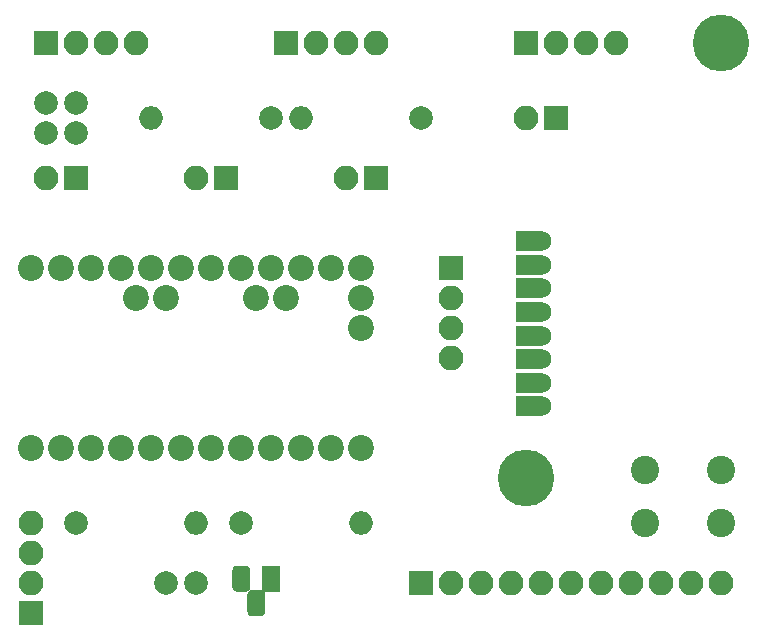
<source format=gbr>
G04 #@! TF.GenerationSoftware,KiCad,Pcbnew,5.0.0*
G04 #@! TF.CreationDate,2018-07-31T16:24:44+02:00*
G04 #@! TF.ProjectId,HB-UNI-Sen-WEA,48422D554E492D53656E2D5745412E6B,1.0*
G04 #@! TF.SameCoordinates,Original*
G04 #@! TF.FileFunction,Soldermask,Top*
G04 #@! TF.FilePolarity,Negative*
%FSLAX46Y46*%
G04 Gerber Fmt 4.6, Leading zero omitted, Abs format (unit mm)*
G04 Created by KiCad (PCBNEW 5.0.0) date Tue Jul 31 16:24:44 2018*
%MOMM*%
%LPD*%
G01*
G04 APERTURE LIST*
%ADD10C,4.800000*%
%ADD11C,1.100000*%
%ADD12C,2.200000*%
%ADD13C,2.000000*%
%ADD14R,2.100000X2.100000*%
%ADD15O,2.100000X2.100000*%
%ADD16O,2.000000X2.000000*%
%ADD17C,2.400000*%
%ADD18C,1.750000*%
%ADD19R,2.200000X1.750000*%
%ADD20C,0.100000*%
%ADD21C,1.500000*%
%ADD22R,1.500000X2.200000*%
G04 APERTURE END LIST*
D10*
G04 #@! TO.C,REF\002A\002A*
X166370000Y-105410000D03*
D11*
X168020000Y-105410000D03*
X167536726Y-106576726D03*
X166370000Y-107060000D03*
X165203274Y-106576726D03*
X164720000Y-105410000D03*
X165203274Y-104243274D03*
X166370000Y-103760000D03*
X167536726Y-104243274D03*
G04 #@! TD*
D12*
G04 #@! TO.C,U1*
X143510000Y-90170000D03*
X146050000Y-90170000D03*
X152400000Y-92710000D03*
X152400000Y-90170000D03*
X152400000Y-87630000D03*
X149860000Y-87630000D03*
X147320000Y-87630000D03*
X144780000Y-87630000D03*
X142240000Y-87630000D03*
X139700000Y-87630000D03*
X137160000Y-87630000D03*
X134620000Y-87630000D03*
X132080000Y-87630000D03*
X129540000Y-87630000D03*
X127000000Y-87630000D03*
X124460000Y-87630000D03*
X124460000Y-102870000D03*
X127000000Y-102870000D03*
X129540000Y-102870000D03*
X132080000Y-102870000D03*
X134620000Y-102870000D03*
X137160000Y-102870000D03*
X139700000Y-102870000D03*
X142240000Y-102870000D03*
X144780000Y-102870000D03*
X147320000Y-102870000D03*
X149860000Y-102870000D03*
X152400000Y-102870000D03*
X135890000Y-90170000D03*
X133350000Y-90170000D03*
G04 #@! TD*
D13*
G04 #@! TO.C,C1*
X135890000Y-114300000D03*
X138390000Y-114300000D03*
G04 #@! TD*
G04 #@! TO.C,C2*
X128230000Y-73660000D03*
X125730000Y-73660000D03*
G04 #@! TD*
G04 #@! TO.C,C3*
X125730000Y-76200000D03*
X128230000Y-76200000D03*
G04 #@! TD*
D14*
G04 #@! TO.C,J1*
X124460000Y-116840000D03*
D15*
X124460000Y-114300000D03*
X124460000Y-111760000D03*
X124460000Y-109220000D03*
G04 #@! TD*
G04 #@! TO.C,J2*
X160020000Y-95250000D03*
X160020000Y-92710000D03*
X160020000Y-90170000D03*
D14*
X160020000Y-87630000D03*
G04 #@! TD*
G04 #@! TO.C,J3*
X153670000Y-80010000D03*
D15*
X151130000Y-80010000D03*
G04 #@! TD*
D14*
G04 #@! TO.C,J4*
X125730000Y-68580000D03*
D15*
X128270000Y-68580000D03*
X130810000Y-68580000D03*
X133350000Y-68580000D03*
G04 #@! TD*
D14*
G04 #@! TO.C,J5*
X157480000Y-114300000D03*
D15*
X160020000Y-114300000D03*
X162560000Y-114300000D03*
X165100000Y-114300000D03*
X167640000Y-114300000D03*
X170180000Y-114300000D03*
X172720000Y-114300000D03*
X175260000Y-114300000D03*
X177800000Y-114300000D03*
X180340000Y-114300000D03*
X182880000Y-114300000D03*
G04 #@! TD*
G04 #@! TO.C,J6*
X138430000Y-80010000D03*
D14*
X140970000Y-80010000D03*
G04 #@! TD*
G04 #@! TO.C,J7*
X128270000Y-80010000D03*
D15*
X125730000Y-80010000D03*
G04 #@! TD*
G04 #@! TO.C,J8*
X153670000Y-68580000D03*
X151130000Y-68580000D03*
X148590000Y-68580000D03*
D14*
X146050000Y-68580000D03*
G04 #@! TD*
G04 #@! TO.C,J9*
X166370000Y-68580000D03*
D15*
X168910000Y-68580000D03*
X171450000Y-68580000D03*
X173990000Y-68580000D03*
G04 #@! TD*
D13*
G04 #@! TO.C,R1*
X128270000Y-109220000D03*
D16*
X138430000Y-109220000D03*
G04 #@! TD*
G04 #@! TO.C,R2*
X152400000Y-109220000D03*
D13*
X142240000Y-109220000D03*
G04 #@! TD*
D16*
G04 #@! TO.C,R3*
X134620000Y-74930000D03*
D13*
X144780000Y-74930000D03*
G04 #@! TD*
G04 #@! TO.C,R4*
X157480000Y-74930000D03*
D16*
X147320000Y-74930000D03*
G04 #@! TD*
D17*
G04 #@! TO.C,SW1*
X182880000Y-104720000D03*
X182880000Y-109220000D03*
X176380000Y-104720000D03*
X176380000Y-109220000D03*
G04 #@! TD*
D18*
G04 #@! TO.C,U2*
X167600000Y-99320000D03*
D19*
X166600000Y-99320000D03*
D18*
X167600000Y-85320000D03*
X167600000Y-87320000D03*
X167600000Y-89320000D03*
X167600000Y-91320000D03*
X167600000Y-93320000D03*
X167600000Y-95320000D03*
X167600000Y-97320000D03*
D19*
X166600000Y-85320000D03*
X166600000Y-87320000D03*
X166600000Y-89320000D03*
X166600000Y-91320000D03*
X166600000Y-93320000D03*
X166600000Y-95320000D03*
X166600000Y-97320000D03*
G04 #@! TD*
D20*
G04 #@! TO.C,Q1*
G36*
X143921756Y-114871806D02*
X143958159Y-114877206D01*
X143993857Y-114886147D01*
X144028506Y-114898545D01*
X144061774Y-114914280D01*
X144093339Y-114933199D01*
X144122897Y-114955121D01*
X144150165Y-114979835D01*
X144174879Y-115007103D01*
X144196801Y-115036661D01*
X144215720Y-115068226D01*
X144231455Y-115101494D01*
X144243853Y-115136143D01*
X144252794Y-115171841D01*
X144258194Y-115208244D01*
X144260000Y-115245000D01*
X144260000Y-116695000D01*
X144258194Y-116731756D01*
X144252794Y-116768159D01*
X144243853Y-116803857D01*
X144231455Y-116838506D01*
X144215720Y-116871774D01*
X144196801Y-116903339D01*
X144174879Y-116932897D01*
X144150165Y-116960165D01*
X144122897Y-116984879D01*
X144093339Y-117006801D01*
X144061774Y-117025720D01*
X144028506Y-117041455D01*
X143993857Y-117053853D01*
X143958159Y-117062794D01*
X143921756Y-117068194D01*
X143885000Y-117070000D01*
X143135000Y-117070000D01*
X143098244Y-117068194D01*
X143061841Y-117062794D01*
X143026143Y-117053853D01*
X142991494Y-117041455D01*
X142958226Y-117025720D01*
X142926661Y-117006801D01*
X142897103Y-116984879D01*
X142869835Y-116960165D01*
X142845121Y-116932897D01*
X142823199Y-116903339D01*
X142804280Y-116871774D01*
X142788545Y-116838506D01*
X142776147Y-116803857D01*
X142767206Y-116768159D01*
X142761806Y-116731756D01*
X142760000Y-116695000D01*
X142760000Y-115245000D01*
X142761806Y-115208244D01*
X142767206Y-115171841D01*
X142776147Y-115136143D01*
X142788545Y-115101494D01*
X142804280Y-115068226D01*
X142823199Y-115036661D01*
X142845121Y-115007103D01*
X142869835Y-114979835D01*
X142897103Y-114955121D01*
X142926661Y-114933199D01*
X142958226Y-114914280D01*
X142991494Y-114898545D01*
X143026143Y-114886147D01*
X143061841Y-114877206D01*
X143098244Y-114871806D01*
X143135000Y-114870000D01*
X143885000Y-114870000D01*
X143921756Y-114871806D01*
X143921756Y-114871806D01*
G37*
D21*
X143510000Y-115970000D03*
D20*
G36*
X142651756Y-112801806D02*
X142688159Y-112807206D01*
X142723857Y-112816147D01*
X142758506Y-112828545D01*
X142791774Y-112844280D01*
X142823339Y-112863199D01*
X142852897Y-112885121D01*
X142880165Y-112909835D01*
X142904879Y-112937103D01*
X142926801Y-112966661D01*
X142945720Y-112998226D01*
X142961455Y-113031494D01*
X142973853Y-113066143D01*
X142982794Y-113101841D01*
X142988194Y-113138244D01*
X142990000Y-113175000D01*
X142990000Y-114625000D01*
X142988194Y-114661756D01*
X142982794Y-114698159D01*
X142973853Y-114733857D01*
X142961455Y-114768506D01*
X142945720Y-114801774D01*
X142926801Y-114833339D01*
X142904879Y-114862897D01*
X142880165Y-114890165D01*
X142852897Y-114914879D01*
X142823339Y-114936801D01*
X142791774Y-114955720D01*
X142758506Y-114971455D01*
X142723857Y-114983853D01*
X142688159Y-114992794D01*
X142651756Y-114998194D01*
X142615000Y-115000000D01*
X141865000Y-115000000D01*
X141828244Y-114998194D01*
X141791841Y-114992794D01*
X141756143Y-114983853D01*
X141721494Y-114971455D01*
X141688226Y-114955720D01*
X141656661Y-114936801D01*
X141627103Y-114914879D01*
X141599835Y-114890165D01*
X141575121Y-114862897D01*
X141553199Y-114833339D01*
X141534280Y-114801774D01*
X141518545Y-114768506D01*
X141506147Y-114733857D01*
X141497206Y-114698159D01*
X141491806Y-114661756D01*
X141490000Y-114625000D01*
X141490000Y-113175000D01*
X141491806Y-113138244D01*
X141497206Y-113101841D01*
X141506147Y-113066143D01*
X141518545Y-113031494D01*
X141534280Y-112998226D01*
X141553199Y-112966661D01*
X141575121Y-112937103D01*
X141599835Y-112909835D01*
X141627103Y-112885121D01*
X141656661Y-112863199D01*
X141688226Y-112844280D01*
X141721494Y-112828545D01*
X141756143Y-112816147D01*
X141791841Y-112807206D01*
X141828244Y-112801806D01*
X141865000Y-112800000D01*
X142615000Y-112800000D01*
X142651756Y-112801806D01*
X142651756Y-112801806D01*
G37*
D21*
X142240000Y-113900000D03*
D22*
X144780000Y-113900000D03*
G04 #@! TD*
D14*
G04 #@! TO.C,J10*
X168910000Y-74930000D03*
D15*
X166370000Y-74930000D03*
G04 #@! TD*
D11*
G04 #@! TO.C,REF\002A\002A*
X184046726Y-67413274D03*
X182880000Y-66930000D03*
X181713274Y-67413274D03*
X181230000Y-68580000D03*
X181713274Y-69746726D03*
X182880000Y-70230000D03*
X184046726Y-69746726D03*
X184530000Y-68580000D03*
D10*
X182880000Y-68580000D03*
G04 #@! TD*
M02*

</source>
